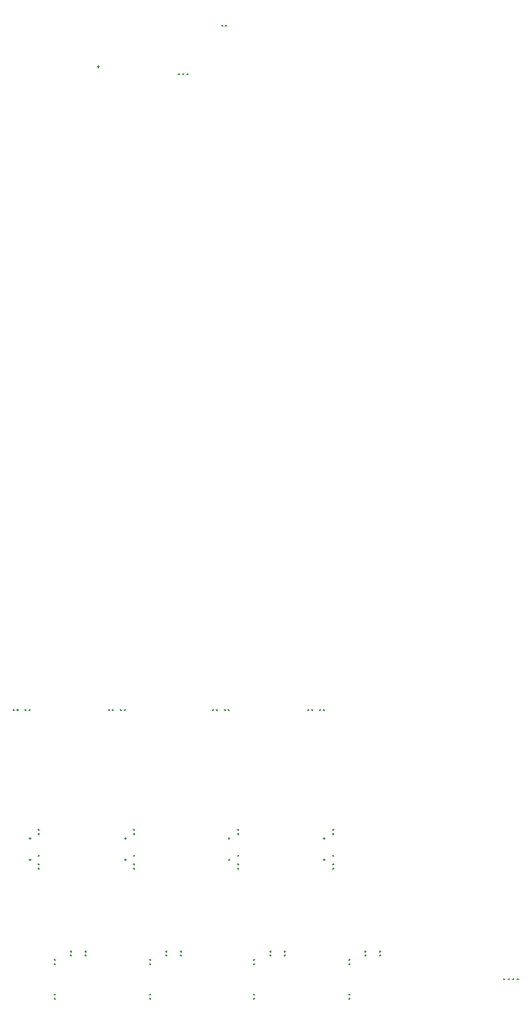
<source format=gbr>
%TF.GenerationSoftware,Altium Limited,Altium Designer,22.5.1 (42)*%
G04 Layer_Color=128*
%FSLAX26Y26*%
%MOIN*%
%TF.SameCoordinates,79F18A81-A5BF-4171-AD75-6FA3A7A6B408*%
%TF.FilePolarity,Positive*%
%TF.FileFunction,Drillmap*%
%TF.Part,Single*%
G01*
G75*
%TA.AperFunction,NonConductor*%
%ADD174C,0.005000*%
D174*
X9540354Y4173228D02*
X9544291D01*
X9542323Y4171260D02*
Y4175197D01*
X9499016Y4173228D02*
X9502953D01*
X9500984Y4171260D02*
Y4175197D01*
X9519685Y4173228D02*
X9523622D01*
X9521654Y4171260D02*
Y4175197D01*
X9478346Y4173228D02*
X9482283D01*
X9480315Y4171260D02*
Y4175197D01*
X8701772Y4734252D02*
X8705709D01*
X8703740Y4732283D02*
Y4736220D01*
X8268701Y4734252D02*
X8272638D01*
X8270669Y4732283D02*
Y4736220D01*
X7796260Y4734252D02*
X7800197D01*
X7798228Y4732283D02*
Y4736220D01*
X7363189Y4734252D02*
X7367126D01*
X7365158Y4732283D02*
Y4736220D01*
X7754921Y4714567D02*
X7760827D01*
X7757874Y4711614D02*
Y4717520D01*
X7754921Y4812992D02*
X7760827D01*
X7757874Y4810039D02*
Y4815945D01*
X7321850Y4714567D02*
X7327756D01*
X7324803Y4711614D02*
Y4717520D01*
X7321850Y4812992D02*
X7327756D01*
X7324803Y4810039D02*
Y4815945D01*
X8227362Y4714567D02*
X8233268D01*
X8230315Y4711614D02*
Y4717520D01*
X8227362Y4812992D02*
X8233268D01*
X8230315Y4810039D02*
Y4815945D01*
X8660433Y4812992D02*
X8666339D01*
X8663386Y4810039D02*
Y4815945D01*
X8660433Y4714567D02*
X8666339D01*
X8663386Y4711614D02*
Y4717520D01*
X8213583Y8500984D02*
X8217520D01*
X8215551Y8499016D02*
Y8502953D01*
X8197835Y8500984D02*
X8201772D01*
X8199803Y8499016D02*
Y8502953D01*
X8039370Y8280512D02*
X8043307D01*
X8041339Y8278543D02*
Y8282480D01*
X8019685Y8280512D02*
X8023622D01*
X8021654Y8278543D02*
Y8282480D01*
X8000000Y8280512D02*
X8003937D01*
X8001969Y8278543D02*
Y8282480D01*
X7631890Y8314961D02*
X7639764D01*
X7635827Y8311024D02*
Y8318898D01*
X8774606Y4104331D02*
X8778543D01*
X8776575Y4102362D02*
Y4106299D01*
X8774606Y4084646D02*
X8778543D01*
X8776575Y4082677D02*
Y4086614D01*
X8774606Y4261811D02*
X8778543D01*
X8776575Y4259842D02*
Y4263779D01*
X8774606Y4242126D02*
X8778543D01*
X8776575Y4240157D02*
Y4244094D01*
X8848425Y4281848D02*
X8852362D01*
X8850394Y4279879D02*
Y4283816D01*
X8848425Y4299761D02*
X8852362D01*
X8850394Y4297793D02*
Y4301730D01*
X8914370Y4281848D02*
X8918307D01*
X8916339Y4279879D02*
Y4283816D01*
X8914370Y4299761D02*
X8918307D01*
X8916339Y4297793D02*
Y4301730D01*
X8341535Y4104331D02*
X8345472D01*
X8343504Y4102362D02*
Y4106299D01*
X8341535Y4084646D02*
X8345472D01*
X8343504Y4082677D02*
Y4086614D01*
X8341535Y4261811D02*
X8345472D01*
X8343504Y4259842D02*
Y4263779D01*
X8341535Y4242126D02*
X8345472D01*
X8343504Y4240157D02*
Y4244094D01*
X8415354Y4281848D02*
X8419291D01*
X8417323Y4279879D02*
Y4283816D01*
X8415354Y4299761D02*
X8419291D01*
X8417323Y4297793D02*
Y4301730D01*
X8481299Y4281848D02*
X8485236D01*
X8483268Y4279879D02*
Y4283816D01*
X8481299Y4299761D02*
X8485236D01*
X8483268Y4297793D02*
Y4301730D01*
X7869095Y4104331D02*
X7873032D01*
X7871063Y4102362D02*
Y4106299D01*
X7869095Y4084646D02*
X7873032D01*
X7871063Y4082677D02*
Y4086614D01*
X7869095Y4261811D02*
X7873032D01*
X7871063Y4259842D02*
Y4263779D01*
X7869095Y4242126D02*
X7873032D01*
X7871063Y4240157D02*
Y4244094D01*
X7942913Y4281848D02*
X7946850D01*
X7944882Y4279879D02*
Y4283816D01*
X7942913Y4299761D02*
X7946850D01*
X7944882Y4297793D02*
Y4301730D01*
X8008858Y4281848D02*
X8012795D01*
X8010827Y4279879D02*
Y4283816D01*
X8008858Y4299761D02*
X8012795D01*
X8010827Y4297793D02*
Y4301730D01*
X7575788Y4299761D02*
X7579725D01*
X7577756Y4297793D02*
Y4301730D01*
X7575788Y4281848D02*
X7579725D01*
X7577756Y4279879D02*
Y4283816D01*
X7509842Y4299761D02*
X7513779D01*
X7511811Y4297793D02*
Y4301730D01*
X7509842Y4281848D02*
X7513779D01*
X7511811Y4279879D02*
Y4283816D01*
X7436024Y4242126D02*
X7439961D01*
X7437992Y4240157D02*
Y4244094D01*
X7436024Y4261811D02*
X7439961D01*
X7437992Y4259842D02*
Y4263779D01*
X7436024Y4084646D02*
X7439961D01*
X7437992Y4082677D02*
Y4086614D01*
X7436024Y4104331D02*
X7439961D01*
X7437992Y4102362D02*
Y4106299D01*
X8701772Y4832677D02*
X8705709D01*
X8703740Y4830709D02*
Y4834646D01*
X8701772Y4852362D02*
X8705709D01*
X8703740Y4850394D02*
Y4854331D01*
X8701772Y4675197D02*
X8705709D01*
X8703740Y4673228D02*
Y4677165D01*
X8701772Y4694882D02*
X8705709D01*
X8703740Y4692913D02*
Y4696850D01*
X8587500Y5395669D02*
X8591437D01*
X8589469Y5393701D02*
Y5397638D01*
X8605414Y5395669D02*
X8609351D01*
X8607382Y5393701D02*
Y5397638D01*
X8641732Y5395669D02*
X8645669D01*
X8643701Y5393701D02*
Y5397638D01*
X8659646Y5395669D02*
X8663583D01*
X8661614Y5393701D02*
Y5397638D01*
X8268701Y4832677D02*
X8272638D01*
X8270669Y4830709D02*
Y4834646D01*
X8268701Y4852362D02*
X8272638D01*
X8270669Y4850394D02*
Y4854331D01*
X8268701Y4675197D02*
X8272638D01*
X8270669Y4673228D02*
Y4677165D01*
X8268701Y4694882D02*
X8272638D01*
X8270669Y4692913D02*
Y4696850D01*
X8154429Y5395669D02*
X8158366D01*
X8156398Y5393701D02*
Y5397638D01*
X8172343Y5395669D02*
X8176280D01*
X8174311Y5393701D02*
Y5397638D01*
X8208662Y5395669D02*
X8212599D01*
X8210630Y5393701D02*
Y5397638D01*
X8226575Y5395669D02*
X8230512D01*
X8228543Y5393701D02*
Y5397638D01*
X7796260Y4832677D02*
X7800197D01*
X7798228Y4830709D02*
Y4834646D01*
X7796260Y4852362D02*
X7800197D01*
X7798228Y4850394D02*
Y4854331D01*
X7796260Y4675197D02*
X7800197D01*
X7798228Y4673228D02*
Y4677165D01*
X7796260Y4694882D02*
X7800197D01*
X7798228Y4692913D02*
Y4696850D01*
X7681988Y5395669D02*
X7685925D01*
X7683957Y5393701D02*
Y5397638D01*
X7699902Y5395669D02*
X7703839D01*
X7701870Y5393701D02*
Y5397638D01*
X7736221Y5395669D02*
X7740158D01*
X7738189Y5393701D02*
Y5397638D01*
X7754134Y5395669D02*
X7758071D01*
X7756103Y5393701D02*
Y5397638D01*
X7321063Y5395669D02*
X7325000D01*
X7323032Y5393701D02*
Y5397638D01*
X7303150Y5395669D02*
X7307087D01*
X7305118Y5393701D02*
Y5397638D01*
X7266831Y5395669D02*
X7270768D01*
X7268799Y5393701D02*
Y5397638D01*
X7248917Y5395669D02*
X7252854D01*
X7250886Y5393701D02*
Y5397638D01*
X7363189Y4694882D02*
X7367126D01*
X7365158Y4692913D02*
Y4696850D01*
X7363189Y4675197D02*
X7367126D01*
X7365158Y4673228D02*
Y4677165D01*
X7363189Y4852362D02*
X7367126D01*
X7365158Y4850394D02*
Y4854331D01*
X7363189Y4832677D02*
X7367126D01*
X7365158Y4830709D02*
Y4834646D01*
%TF.MD5,36c443dd84545eda0ec4a43122cc66c2*%
M02*

</source>
